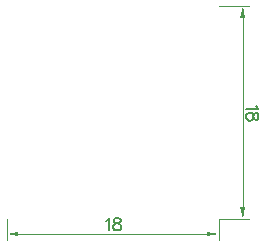
<source format=gbr>
G04 DipTrace 2.4.0.2*
%INTopDimension.gbr*%
%MOIN*%
%ADD13C,0.0014*%
%ADD76C,0.0062*%
%FSLAX44Y44*%
G04*
G70*
G90*
G75*
G01*
%LNTopDimension*%
%LPD*%
X11024Y11024D2*
D13*
X12008D1*
X11024Y3937D2*
X12008D1*
X11811Y7480D2*
Y10630D1*
G36*
Y11024D2*
X11890Y10630D1*
X11732D1*
X11811Y11024D1*
G37*
Y7480D2*
D13*
Y4331D1*
G36*
Y3937D2*
X11732Y4331D1*
X11890D1*
X11811Y3937D1*
G37*
X3937D2*
D13*
Y3228D1*
X11024Y3937D2*
Y3228D1*
X7480Y3425D2*
X4331D1*
G36*
X3937D2*
X4331Y3504D1*
Y3346D1*
X3937Y3425D1*
G37*
X7480D2*
D13*
X10630D1*
G36*
X11024D2*
X10630Y3346D1*
Y3504D1*
X11024Y3425D1*
G37*
X12258Y7693D2*
D76*
X12278Y7654D1*
X12335Y7597D1*
X11933D1*
X12335Y7378D2*
X12316Y7435D1*
X12278Y7454D1*
X12239D1*
X12201Y7435D1*
X12182Y7397D1*
X12163Y7320D1*
X12144Y7263D1*
X12105Y7225D1*
X12067Y7206D1*
X12010D1*
X11972Y7225D1*
X11952Y7244D1*
X11933Y7301D1*
Y7378D1*
X11952Y7435D1*
X11972Y7454D1*
X12010Y7473D1*
X12067D1*
X12105Y7454D1*
X12144Y7416D1*
X12163Y7359D1*
X12182Y7282D1*
X12201Y7244D1*
X12239Y7225D1*
X12278D1*
X12316Y7244D1*
X12335Y7301D1*
Y7378D1*
X7268Y3872D2*
X7306Y3892D1*
X7364Y3949D1*
Y3547D1*
X7583Y3949D2*
X7526Y3930D1*
X7506Y3892D1*
Y3853D1*
X7526Y3815D1*
X7564Y3796D1*
X7640Y3777D1*
X7698Y3758D1*
X7736Y3719D1*
X7755Y3681D1*
Y3624D1*
X7736Y3586D1*
X7717Y3566D1*
X7659Y3547D1*
X7583D1*
X7526Y3566D1*
X7506Y3586D1*
X7487Y3624D1*
Y3681D1*
X7506Y3719D1*
X7545Y3758D1*
X7602Y3777D1*
X7678Y3796D1*
X7717Y3815D1*
X7736Y3853D1*
Y3892D1*
X7717Y3930D1*
X7659Y3949D1*
X7583D1*
M02*

</source>
